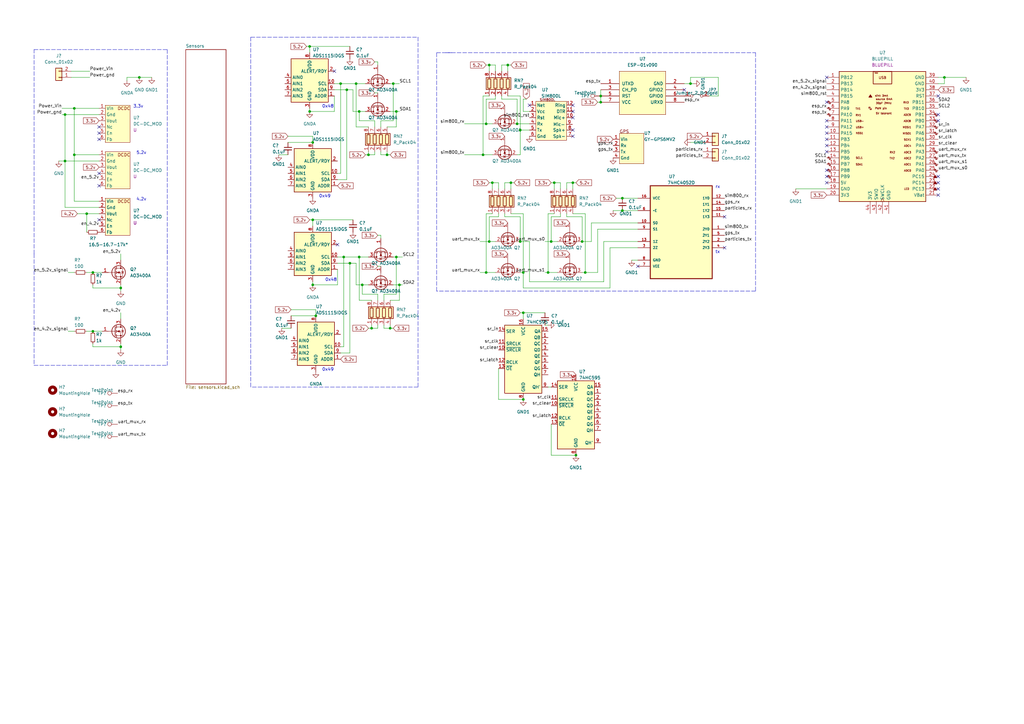
<source format=kicad_sch>
(kicad_sch (version 20211123) (generator eeschema)
  (paper "A3")
  (junction (at 198.12 63.5))
  (junction (at 49.53 118.11))
  (junction (at 140.97 105.41))
  (junction (at 208.28 26.67))
  (junction (at 146.05 34.29))
  (junction (at 227.33 74.93))
  (junction (at 214.63 111.76))
  (junction (at 214.63 128.27))
  (junction (at 199.39 50.8))
  (junction (at 147.32 105.41))
  (junction (at 38.1 111.76))
  (junction (at 283.21 34.29))
  (junction (at 139.7 34.29))
  (junction (at 127 19.05))
  (junction (at 246.38 41.91))
  (junction (at 158.75 63.5))
  (junction (at 224.79 111.76))
  (junction (at 26.67 46.99))
  (junction (at 226.06 99.06))
  (junction (at 26.67 66.04))
  (junction (at 160.02 134.62))
  (junction (at 213.36 99.06))
  (junction (at 129.54 129.54))
  (junction (at 255.27 81.28))
  (junction (at 234.95 74.93))
  (junction (at 214.63 163.83))
  (junction (at 35.56 87.63))
  (junction (at 151.13 63.5))
  (junction (at 30.48 63.5))
  (junction (at 162.56 45.72))
  (junction (at 201.93 74.93))
  (junction (at 240.03 111.76))
  (junction (at 152.4 134.62))
  (junction (at 128.27 116.84))
  (junction (at 163.83 116.84))
  (junction (at 212.09 50.8))
  (junction (at 238.76 99.06))
  (junction (at 236.22 186.69))
  (junction (at 200.66 99.06))
  (junction (at 162.56 105.41))
  (junction (at 161.29 34.29))
  (junction (at 246.38 39.37))
  (junction (at 143.51 107.95))
  (junction (at 213.36 53.34))
  (junction (at 57.15 31.75))
  (junction (at 255.27 86.36))
  (junction (at 199.39 111.76))
  (junction (at 128.27 90.17))
  (junction (at 200.66 26.67))
  (junction (at 128.27 58.42))
  (junction (at 49.53 142.24))
  (junction (at 127 45.72))
  (junction (at 209.55 74.93))
  (junction (at 30.48 44.45))
  (junction (at 38.1 135.89))
  (junction (at 387.35 31.75))
  (junction (at 142.24 36.83))
  (junction (at 148.59 116.84))
  (junction (at 147.32 45.72))
  (no_connect (at 339.09 54.61))
  (no_connect (at 384.81 74.93))
  (no_connect (at 339.09 62.23))
  (no_connect (at 40.64 76.2))
  (no_connect (at 234.95 55.88))
  (no_connect (at 217.17 43.18))
  (no_connect (at 40.64 57.15))
  (no_connect (at 138.43 100.33))
  (no_connect (at 261.62 109.22))
  (no_connect (at 40.64 54.61))
  (no_connect (at 40.64 71.12))
  (no_connect (at 384.81 49.53))
  (no_connect (at 339.09 72.39))
  (no_connect (at 339.09 52.07))
  (no_connect (at 40.64 90.17))
  (no_connect (at 339.09 31.75))
  (no_connect (at 339.09 41.91))
  (no_connect (at 280.67 36.83))
  (no_connect (at 40.64 52.07))
  (no_connect (at 384.81 80.01))
  (no_connect (at 339.09 57.15))
  (no_connect (at 339.09 59.69))
  (no_connect (at 137.16 29.21))
  (no_connect (at 234.95 48.26))
  (no_connect (at 234.95 45.72))
  (no_connect (at 384.81 39.37))
  (no_connect (at 297.18 101.6))
  (no_connect (at 384.81 77.47))
  (no_connect (at 339.09 69.85))
  (no_connect (at 339.09 74.93))
  (no_connect (at 339.09 49.53))
  (no_connect (at 297.18 88.9))
  (no_connect (at 384.81 72.39))
  (no_connect (at 234.95 43.18))
  (no_connect (at 384.81 46.99))
  (no_connect (at 234.95 53.34))
  (wire (pts (xy 157.48 120.65) (xy 162.56 120.65)))
  (wire (pts (xy 283.21 31.75) (xy 283.21 34.29)))
  (wire (pts (xy 27.94 135.89) (xy 30.48 135.89)))
  (wire (pts (xy 142.24 36.83) (xy 144.78 36.83)))
  (wire (pts (xy 143.51 144.78) (xy 143.51 107.95)))
  (wire (pts (xy 154.94 25.4) (xy 153.67 25.4)))
  (wire (pts (xy 163.83 116.84) (xy 165.1 116.84)))
  (polyline (pts (xy 13.97 149.86) (xy 68.58 149.86)))
  (wire (pts (xy 283.21 58.42) (xy 288.29 58.42)))
  (wire (pts (xy 35.56 135.89) (xy 38.1 135.89)))
  (wire (pts (xy 137.16 36.83) (xy 142.24 36.83)))
  (wire (pts (xy 156.21 97.79) (xy 156.21 96.52)))
  (wire (pts (xy 201.93 74.93) (xy 201.93 77.47)))
  (wire (pts (xy 128.27 115.57) (xy 128.27 116.84)))
  (wire (pts (xy 203.2 99.06) (xy 200.66 99.06)))
  (wire (pts (xy 38.1 135.89) (xy 41.91 135.89)))
  (wire (pts (xy 154.94 26.67) (xy 154.94 25.4)))
  (wire (pts (xy 226.06 99.06) (xy 226.06 88.9)))
  (wire (pts (xy 213.36 39.37) (xy 213.36 53.34)))
  (wire (pts (xy 143.51 107.95) (xy 146.05 107.95)))
  (polyline (pts (xy 309.88 21.59) (xy 309.88 119.38)))
  (wire (pts (xy 203.2 26.67) (xy 200.66 26.67)))
  (wire (pts (xy 152.4 123.19) (xy 147.32 123.19)))
  (wire (pts (xy 201.93 87.63) (xy 199.39 87.63)))
  (wire (pts (xy 213.36 99.06) (xy 217.17 99.06)))
  (wire (pts (xy 153.67 52.07) (xy 153.67 49.53)))
  (wire (pts (xy 26.67 46.99) (xy 40.64 46.99)))
  (wire (pts (xy 227.33 74.93) (xy 227.33 77.47)))
  (wire (pts (xy 162.56 52.07) (xy 162.56 45.72)))
  (wire (pts (xy 153.67 38.1) (xy 154.94 38.1)))
  (wire (pts (xy 245.11 93.98) (xy 261.62 93.98)))
  (wire (pts (xy 227.33 74.93) (xy 226.06 74.93)))
  (wire (pts (xy 148.59 120.65) (xy 148.59 116.84)))
  (wire (pts (xy 35.56 87.63) (xy 35.56 95.25)))
  (wire (pts (xy 203.2 40.64) (xy 203.2 39.37)))
  (wire (pts (xy 209.55 87.63) (xy 214.63 87.63)))
  (wire (pts (xy 214.63 128.27) (xy 223.52 128.27)))
  (wire (pts (xy 226.06 186.69) (xy 236.22 186.69)))
  (wire (pts (xy 190.5 63.5) (xy 198.12 63.5)))
  (polyline (pts (xy 13.97 104.14) (xy 13.97 20.32)))
  (wire (pts (xy 208.28 26.67) (xy 205.74 26.67)))
  (wire (pts (xy 142.24 73.66) (xy 142.24 36.83)))
  (wire (pts (xy 30.48 44.45) (xy 30.48 63.5)))
  (wire (pts (xy 160.02 34.29) (xy 161.29 34.29)))
  (wire (pts (xy 217.17 45.72) (xy 214.63 45.72)))
  (wire (pts (xy 154.94 109.22) (xy 156.21 109.22)))
  (wire (pts (xy 151.13 62.23) (xy 151.13 63.5)))
  (wire (pts (xy 158.75 52.07) (xy 162.56 52.07)))
  (wire (pts (xy 213.36 63.5) (xy 212.09 63.5)))
  (wire (pts (xy 217.17 99.06) (xy 217.17 115.57)))
  (wire (pts (xy 205.74 26.67) (xy 205.74 29.21)))
  (wire (pts (xy 161.29 105.41) (xy 162.56 105.41)))
  (wire (pts (xy 161.29 116.84) (xy 163.83 116.84)))
  (wire (pts (xy 144.78 45.72) (xy 147.32 45.72)))
  (wire (pts (xy 246.38 36.83) (xy 246.38 39.37)))
  (wire (pts (xy 158.75 63.5) (xy 160.02 63.5)))
  (wire (pts (xy 200.66 74.93) (xy 201.93 74.93)))
  (wire (pts (xy 114.3 63.5) (xy 118.11 63.5)))
  (wire (pts (xy 261.62 91.44) (xy 242.57 91.44)))
  (wire (pts (xy 250.19 101.6) (xy 250.19 118.11)))
  (wire (pts (xy 151.13 63.5) (xy 153.67 63.5)))
  (wire (pts (xy 151.13 52.07) (xy 146.05 52.07)))
  (wire (pts (xy 115.57 134.62) (xy 119.38 134.62)))
  (polyline (pts (xy 13.97 104.14) (xy 13.97 149.86)))
  (wire (pts (xy 209.55 74.93) (xy 209.55 77.47)))
  (wire (pts (xy 238.76 88.9) (xy 238.76 99.06)))
  (wire (pts (xy 152.4 134.62) (xy 154.94 134.62)))
  (polyline (pts (xy 68.58 20.32) (xy 68.58 104.14)))
  (wire (pts (xy 57.15 31.75) (xy 62.23 31.75)))
  (polyline (pts (xy 102.87 15.24) (xy 171.45 15.24)))
  (wire (pts (xy 246.38 39.37) (xy 246.38 41.91)))
  (wire (pts (xy 138.43 71.12) (xy 139.7 71.12)))
  (wire (pts (xy 137.16 39.37) (xy 137.16 45.72)))
  (wire (pts (xy 138.43 105.41) (xy 140.97 105.41)))
  (wire (pts (xy 209.55 74.93) (xy 210.82 74.93)))
  (wire (pts (xy 153.67 49.53) (xy 147.32 49.53)))
  (wire (pts (xy 214.63 118.11) (xy 214.63 111.76)))
  (polyline (pts (xy 309.88 119.38) (xy 179.07 119.38)))
  (wire (pts (xy 213.36 53.34) (xy 217.17 53.34)))
  (wire (pts (xy 207.01 87.63) (xy 207.01 88.9)))
  (polyline (pts (xy 171.45 158.75) (xy 102.87 158.75)))
  (wire (pts (xy 283.21 34.29) (xy 280.67 34.29)))
  (wire (pts (xy 127 19.05) (xy 127 21.59)))
  (wire (pts (xy 196.85 111.76) (xy 199.39 111.76)))
  (wire (pts (xy 35.56 87.63) (xy 40.64 87.63)))
  (wire (pts (xy 162.56 120.65) (xy 162.56 105.41)))
  (wire (pts (xy 139.7 142.24) (xy 140.97 142.24)))
  (wire (pts (xy 163.83 123.19) (xy 163.83 116.84)))
  (wire (pts (xy 128.27 55.88) (xy 128.27 58.42)))
  (wire (pts (xy 49.53 104.14) (xy 49.53 106.68)))
  (wire (pts (xy 261.62 101.6) (xy 250.19 101.6)))
  (wire (pts (xy 223.52 111.76) (xy 224.79 111.76)))
  (polyline (pts (xy 16.51 20.32) (xy 68.58 20.32)))
  (wire (pts (xy 157.48 133.35) (xy 157.48 134.62)))
  (wire (pts (xy 252.73 81.28) (xy 255.27 81.28)))
  (wire (pts (xy 127 44.45) (xy 127 45.72)))
  (wire (pts (xy 153.67 62.23) (xy 153.67 63.5)))
  (wire (pts (xy 200.66 88.9) (xy 204.47 88.9)))
  (wire (pts (xy 290.83 39.37) (xy 294.64 39.37)))
  (wire (pts (xy 200.66 99.06) (xy 200.66 88.9)))
  (wire (pts (xy 151.13 134.62) (xy 152.4 134.62)))
  (wire (pts (xy 214.63 45.72) (xy 214.63 40.64)))
  (wire (pts (xy 160.02 123.19) (xy 163.83 123.19)))
  (wire (pts (xy 247.65 99.06) (xy 261.62 99.06)))
  (wire (pts (xy 160.02 45.72) (xy 162.56 45.72)))
  (wire (pts (xy 158.75 62.23) (xy 158.75 63.5)))
  (wire (pts (xy 213.36 128.27) (xy 214.63 128.27)))
  (wire (pts (xy 200.66 39.37) (xy 198.12 39.37)))
  (wire (pts (xy 25.4 46.99) (xy 26.67 46.99)))
  (wire (pts (xy 294.64 31.75) (xy 283.21 31.75)))
  (polyline (pts (xy 182.88 21.59) (xy 309.88 21.59)))
  (wire (pts (xy 214.63 40.64) (xy 215.9 40.64)))
  (wire (pts (xy 229.87 77.47) (xy 229.87 74.93)))
  (wire (pts (xy 208.28 26.67) (xy 208.28 29.21)))
  (wire (pts (xy 245.11 41.91) (xy 246.38 41.91)))
  (wire (pts (xy 147.32 45.72) (xy 149.86 45.72)))
  (polyline (pts (xy 68.58 149.86) (xy 68.58 101.6)))
  (wire (pts (xy 49.53 142.24) (xy 49.53 143.51)))
  (wire (pts (xy 234.95 74.93) (xy 232.41 74.93)))
  (wire (pts (xy 240.03 87.63) (xy 240.03 111.76)))
  (wire (pts (xy 232.41 88.9) (xy 238.76 88.9)))
  (wire (pts (xy 26.67 46.99) (xy 26.67 66.04)))
  (wire (pts (xy 212.09 50.8) (xy 217.17 50.8)))
  (wire (pts (xy 196.85 99.06) (xy 200.66 99.06)))
  (wire (pts (xy 144.78 36.83) (xy 144.78 45.72)))
  (wire (pts (xy 146.05 116.84) (xy 148.59 116.84)))
  (polyline (pts (xy 179.07 119.38) (xy 179.07 21.59)))
  (wire (pts (xy 118.11 55.88) (xy 128.27 55.88)))
  (wire (pts (xy 127 19.05) (xy 143.51 19.05)))
  (wire (pts (xy 240.03 111.76) (xy 238.76 111.76)))
  (wire (pts (xy 232.41 74.93) (xy 232.41 77.47)))
  (wire (pts (xy 30.48 44.45) (xy 40.64 44.45)))
  (wire (pts (xy 326.39 77.47) (xy 339.09 77.47)))
  (wire (pts (xy 234.95 87.63) (xy 240.03 87.63)))
  (wire (pts (xy 387.35 34.29) (xy 387.35 31.75)))
  (wire (pts (xy 229.87 74.93) (xy 227.33 74.93)))
  (wire (pts (xy 31.75 87.63) (xy 35.56 87.63)))
  (wire (pts (xy 224.79 111.76) (xy 228.6 111.76)))
  (wire (pts (xy 234.95 74.93) (xy 234.95 77.47)))
  (wire (pts (xy 148.59 116.84) (xy 151.13 116.84)))
  (wire (pts (xy 156.21 63.5) (xy 158.75 63.5)))
  (wire (pts (xy 214.63 128.27) (xy 214.63 130.81)))
  (wire (pts (xy 160.02 133.35) (xy 160.02 134.62)))
  (wire (pts (xy 284.48 34.29) (xy 283.21 34.29)))
  (wire (pts (xy 30.48 63.5) (xy 30.48 82.55)))
  (wire (pts (xy 160.02 134.62) (xy 161.29 134.62)))
  (wire (pts (xy 147.32 49.53) (xy 147.32 45.72)))
  (wire (pts (xy 26.67 85.09) (xy 26.67 66.04)))
  (wire (pts (xy 52.07 31.75) (xy 57.15 31.75)))
  (wire (pts (xy 40.64 63.5) (xy 30.48 63.5)))
  (wire (pts (xy 255.27 81.28) (xy 261.62 81.28)))
  (wire (pts (xy 204.47 77.47) (xy 204.47 74.93)))
  (wire (pts (xy 38.1 116.84) (xy 38.1 118.11)))
  (wire (pts (xy 146.05 52.07) (xy 146.05 34.29)))
  (polyline (pts (xy 179.07 21.59) (xy 185.42 21.59)))
  (wire (pts (xy 199.39 50.8) (xy 199.39 40.64)))
  (wire (pts (xy 228.6 99.06) (xy 226.06 99.06)))
  (wire (pts (xy 223.52 133.35) (xy 224.79 133.35)))
  (wire (pts (xy 25.4 44.45) (xy 30.48 44.45)))
  (wire (pts (xy 161.29 49.53) (xy 161.29 34.29)))
  (wire (pts (xy 224.79 158.75) (xy 226.06 158.75)))
  (wire (pts (xy 226.06 173.99) (xy 226.06 186.69)))
  (wire (pts (xy 384.81 31.75) (xy 387.35 31.75)))
  (wire (pts (xy 203.2 29.21) (xy 203.2 26.67)))
  (wire (pts (xy 199.39 40.64) (xy 203.2 40.64)))
  (polyline (pts (xy 13.97 20.32) (xy 16.51 20.32)))
  (wire (pts (xy 240.03 111.76) (xy 245.11 111.76)))
  (wire (pts (xy 162.56 105.41) (xy 165.1 105.41)))
  (wire (pts (xy 242.57 99.06) (xy 238.76 99.06)))
  (wire (pts (xy 204.47 88.9) (xy 204.47 87.63)))
  (wire (pts (xy 157.48 123.19) (xy 157.48 120.65)))
  (wire (pts (xy 156.21 96.52) (xy 154.94 96.52)))
  (wire (pts (xy 157.48 134.62) (xy 160.02 134.62)))
  (wire (pts (xy 209.55 26.67) (xy 208.28 26.67)))
  (wire (pts (xy 245.11 111.76) (xy 245.11 93.98)))
  (wire (pts (xy 49.53 118.11) (xy 49.53 116.84)))
  (polyline (pts (xy 171.45 15.24) (xy 171.45 158.75)))
  (wire (pts (xy 156.21 49.53) (xy 161.29 49.53)))
  (wire (pts (xy 27.94 111.76) (xy 30.48 111.76)))
  (wire (pts (xy 384.81 34.29) (xy 387.35 34.29)))
  (wire (pts (xy 140.97 105.41) (xy 147.32 105.41)))
  (wire (pts (xy 138.43 73.66) (xy 142.24 73.66)))
  (wire (pts (xy 205.74 39.37) (xy 205.74 40.64)))
  (polyline (pts (xy 102.87 15.24) (xy 102.87 158.75)))
  (wire (pts (xy 128.27 90.17) (xy 144.78 90.17)))
  (wire (pts (xy 147.32 105.41) (xy 151.13 105.41)))
  (wire (pts (xy 236.22 74.93) (xy 234.95 74.93)))
  (wire (pts (xy 146.05 34.29) (xy 149.86 34.29)))
  (wire (pts (xy 146.05 107.95) (xy 146.05 116.84)))
  (wire (pts (xy 200.66 26.67) (xy 200.66 29.21)))
  (wire (pts (xy 128.27 90.17) (xy 128.27 92.71)))
  (wire (pts (xy 147.32 123.19) (xy 147.32 105.41)))
  (wire (pts (xy 232.41 87.63) (xy 232.41 88.9)))
  (wire (pts (xy 255.27 86.36) (xy 261.62 86.36)))
  (wire (pts (xy 38.1 118.11) (xy 49.53 118.11)))
  (wire (pts (xy 52.07 33.02) (xy 52.07 31.75)))
  (wire (pts (xy 223.52 99.06) (xy 226.06 99.06)))
  (wire (pts (xy 138.43 110.49) (xy 138.43 116.84)))
  (wire (pts (xy 224.79 87.63) (xy 224.79 111.76)))
  (wire (pts (xy 162.56 45.72) (xy 163.83 45.72)))
  (wire (pts (xy 156.21 52.07) (xy 156.21 49.53)))
  (wire (pts (xy 213.36 53.34) (xy 213.36 63.5)))
  (wire (pts (xy 119.38 129.54) (xy 129.54 129.54)))
  (wire (pts (xy 127 90.17) (xy 128.27 90.17)))
  (wire (pts (xy 139.7 34.29) (xy 146.05 34.29)))
  (wire (pts (xy 125.73 19.05) (xy 127 19.05)))
  (wire (pts (xy 129.54 127) (xy 129.54 129.54)))
  (wire (pts (xy 229.87 88.9) (xy 229.87 87.63)))
  (wire (pts (xy 119.38 127) (xy 129.54 127)))
  (wire (pts (xy 250.19 118.11) (xy 214.63 118.11)))
  (wire (pts (xy 204.47 151.13) (xy 204.47 163.83)))
  (wire (pts (xy 200.66 26.67) (xy 199.39 26.67)))
  (wire (pts (xy 242.57 91.44) (xy 242.57 99.06)))
  (wire (pts (xy 38.1 111.76) (xy 41.91 111.76)))
  (wire (pts (xy 29.21 29.21) (xy 36.83 29.21)))
  (wire (pts (xy 294.64 39.37) (xy 294.64 31.75)))
  (wire (pts (xy 198.12 63.5) (xy 201.93 63.5)))
  (wire (pts (xy 214.63 87.63) (xy 214.63 111.76)))
  (wire (pts (xy 154.94 133.35) (xy 154.94 134.62)))
  (wire (pts (xy 139.7 144.78) (xy 143.51 144.78)))
  (wire (pts (xy 199.39 111.76) (xy 203.2 111.76)))
  (wire (pts (xy 156.21 62.23) (xy 156.21 63.5)))
  (wire (pts (xy 26.67 66.04) (xy 40.64 66.04)))
  (wire (pts (xy 214.63 111.76) (xy 213.36 111.76)))
  (wire (pts (xy 152.4 133.35) (xy 152.4 134.62)))
  (wire (pts (xy 30.48 82.55) (xy 40.64 82.55)))
  (wire (pts (xy 227.33 87.63) (xy 224.79 87.63)))
  (wire (pts (xy 38.1 140.97) (xy 38.1 142.24)))
  (wire (pts (xy 207.01 88.9) (xy 213.36 88.9)))
  (wire (pts (xy 38.1 142.24) (xy 49.53 142.24)))
  (wire (pts (xy 205.74 40.64) (xy 212.09 40.64)))
  (wire (pts (xy 207.01 77.47) (xy 207.01 74.93)))
  (wire (pts (xy 247.65 115.57) (xy 247.65 99.06)))
  (wire (pts (xy 154.94 123.19) (xy 154.94 120.65)))
  (wire (pts (xy 149.86 63.5) (xy 151.13 63.5)))
  (wire (pts (xy 49.53 118.11) (xy 49.53 119.38)))
  (wire (pts (xy 259.08 106.68) (xy 261.62 106.68)))
  (wire (pts (xy 199.39 87.63) (xy 199.39 111.76)))
  (wire (pts (xy 201.93 50.8) (xy 199.39 50.8)))
  (wire (pts (xy 139.7 34.29) (xy 139.7 71.12)))
  (wire (pts (xy 26.67 85.09) (xy 40.64 85.09)))
  (wire (pts (xy 217.17 115.57) (xy 247.65 115.57)))
  (wire (pts (xy 213.36 88.9) (xy 213.36 99.06)))
  (wire (pts (xy 138.43 107.95) (xy 143.51 107.95)))
  (wire (pts (xy 29.21 31.75) (xy 36.83 31.75)))
  (wire (pts (xy 140.97 105.41) (xy 140.97 142.24)))
  (wire (pts (xy 198.12 39.37) (xy 198.12 63.5)))
  (wire (pts (xy 208.28 39.37) (xy 213.36 39.37)))
  (wire (pts (xy 207.01 74.93) (xy 209.55 74.93)))
  (wire (pts (xy 251.46 86.36) (xy 255.27 86.36)))
  (wire (pts (xy 35.56 111.76) (xy 38.1 111.76)))
  (wire (pts (xy 49.53 128.27) (xy 49.53 130.81)))
  (wire (pts (xy 24.13 66.04) (xy 26.67 66.04)))
  (wire (pts (xy 201.93 74.93) (xy 204.47 74.93)))
  (wire (pts (xy 212.09 40.64) (xy 212.09 50.8)))
  (wire (pts (xy 49.53 142.24) (xy 49.53 140.97)))
  (wire (pts (xy 118.11 58.42) (xy 128.27 58.42)))
  (wire (pts (xy 137.16 45.72) (xy 127 45.72)))
  (wire (pts (xy 138.43 116.84) (xy 128.27 116.84)))
  (wire (pts (xy 154.94 120.65) (xy 148.59 120.65)))
  (wire (pts (xy 161.29 34.29) (xy 163.83 34.29)))
  (wire (pts (xy 204.47 163.83) (xy 214.63 163.83)))
  (wire (pts (xy 387.35 31.75) (xy 396.24 31.75)))
  (wire (pts (xy 137.16 34.29) (xy 139.7 34.29)))
  (wire (pts (xy 226.06 88.9) (xy 229.87 88.9)))
  (wire (pts (xy 190.5 50.8) (xy 199.39 50.8)))
  (text "tx" (at 293.37 104.14 0) (effects (font (size 1.27 1.27)) (justify left bottom)))
  (text "rx" (at 293.37 77.47 0) (effects (font (size 1.27 1.27)) (justify left bottom)))
  (text "0x48" (at 132.08 44.45 0) (effects (font (size 1.27 1.27)) (justify left bottom)))
  (text "0x48" (at 133.35 115.57 0) (effects (font (size 1.27 1.27)) (justify left bottom)))
  (text "0x49" (at 130.81 81.28 0) (effects (font (size 1.27 1.27)) (justify left bottom)))
  (text "4.2v" (at 55.88 82.55 0) (effects (font (size 1.27 1.27)) (justify left bottom)))
  (text "0x49" (at 132.08 152.4 0) (effects (font (size 1.27 1.27)) (justify left bottom)))
  (text "3.3v" (at 54.61 44.45 0) (effects (font (size 1.27 1.27)) (justify left bottom)))
  (text "5.2v" (at 55.88 63.5 0) (effects (font (size 1.27 1.27)) (justify left bottom)))
  (label "sim800_rst" (at 339.09 39.37 180))
  (label "SDA1" (at 163.83 45.72 0))
  (label "particles_rx" (at 297.18 86.36 0))
  (label "Power_Vin" (at 36.83 29.21 0))
  (label "esp_tx" (at 246.38 34.29 180))
  (label "uart_mux_tx" (at 48.26 179.07 0))
  (label "particles_rx" (at 288.29 62.23 180))
  (label "uart_mux_s0" (at 384.81 69.85 0))
  (label "uart_mux_s1" (at 223.52 111.76 180))
  (label "uart_mux_s1" (at 384.81 67.31 0))
  (label "sr_clk" (at 226.06 163.83 180))
  (label "gps_tx" (at 297.18 96.52 0))
  (label "en_5.2v_signal" (at 339.09 34.29 180))
  (label "sr_latch" (at 204.47 148.59 180))
  (label "sim800_rx" (at 190.5 50.8 180))
  (label "uart_mux_rx" (at 48.26 173.99 0))
  (label "sr_clear" (at 384.81 59.69 0))
  (label "particles_tx" (at 288.29 64.77 180))
  (label "sim800_rx" (at 297.18 81.28 0))
  (label "SDA2" (at 165.1 116.84 0))
  (label "SCL2" (at 165.1 105.41 0))
  (label "SDA1" (at 339.09 67.31 180))
  (label "sr_latch" (at 226.06 171.45 180))
  (label "SDA2" (at 384.81 41.91 0))
  (label "SCL2" (at 384.81 44.45 0))
  (label "en_5.2v" (at 49.53 104.14 180))
  (label "en_4.2v_signal" (at 339.09 36.83 180))
  (label "uart_mux_tx" (at 196.85 99.06 180))
  (label "esp_tx" (at 48.26 166.37 0))
  (label "sr_in" (at 204.47 135.89 180))
  (label "SCL1" (at 163.83 34.29 0))
  (label "sr_clk" (at 384.81 57.15 0))
  (label "sim800_tx" (at 190.5 63.5 180))
  (label "uart_mux_tx" (at 384.81 64.77 0))
  (label "particles_tx" (at 297.18 99.06 0))
  (label "en_4.2v_signal" (at 27.94 135.89 180))
  (label "Power_gnd" (at 36.83 31.75 0))
  (label "esp_rx" (at 280.67 41.91 0))
  (label "gps_rx" (at 297.18 83.82 0))
  (label "SCL1" (at 339.09 64.77 180))
  (label "en_4.2v" (at 49.53 128.27 180))
  (label "en_5.2v" (at 40.64 73.66 180))
  (label "sr_clear" (at 204.47 143.51 180))
  (label "Power_Vin" (at 25.4 44.45 180))
  (label "en_4.2v" (at 40.64 92.71 180))
  (label "sr_clear" (at 226.06 166.37 180))
  (label "uart_mux_rx" (at 196.85 111.76 180))
  (label "Power_gnd" (at 25.4 46.99 180))
  (label "uart_mux_rx" (at 384.81 62.23 0))
  (label "sr_in" (at 384.81 52.07 0))
  (label "esp_tx" (at 339.09 46.99 180))
  (label "sr_clk" (at 204.47 140.97 180))
  (label "esp_rx" (at 339.09 44.45 180))
  (label "en_5.2v_signal" (at 27.94 111.76 180))
  (label "esp_rx" (at 48.26 161.29 0))
  (label "gps_tx" (at 251.46 62.23 180))
  (label "sr_latch" (at 384.81 54.61 0))
  (label "sim800_rst" (at 217.17 48.26 180))
  (label "gps_rx" (at 251.46 59.69 180))
  (label "uart_mux_s0" (at 223.52 99.06 180))
  (label "sim800_tx" (at 297.18 93.98 0))
  (global_label "5.2v" (shape input) (at 236.22 74.93 0) (property "Intersheetrefs" "${INTERSHEET_REFS}" (effects hide)))
  (global_label "3.3v" (shape input) (at 154.94 109.22 180) (property "Intersheetrefs" "${INTERSHEET_REFS}" (effects hide)))
  (global_label "3.3v" (shape input) (at 233.68 91.44 180) (property "Intersheetrefs" "${INTERSHEET_REFS}" (effects hide)))
  (global_label "5.2v" (shape input) (at 127 90.17 180) (property "Intersheetrefs" "${INTERSHEET_REFS}" (effects hide)))
  (global_label "5.2v" (shape input) (at 151.13 134.62 180) (property "Intersheetrefs" "${INTERSHEET_REFS}" (effects hide)))
  (global_label "3.3v" (shape input) (at 384.81 36.83 0) (property "Intersheetrefs" "${INTERSHEET_REFS}" (effects hide)))
  (global_label "5.2v" (shape input) (at 40.64 68.58 180) (property "Intersheetrefs" "${INTERSHEET_REFS}" (effects hide)))
  (global_label "5.2v" (shape input) (at 119.38 127 180) (property "Intersheetrefs" "${INTERSHEET_REFS}" (effects hide)))
  (global_label "3.3v" (shape input) (at 40.64 49.53 180) (property "Intersheetrefs" "${INTERSHEET_REFS}" (effects hide)))
  (global_label "3.3v" (shape input) (at 208.28 104.14 180) (property "Intersheetrefs" "${INTERSHEET_REFS}" (effects hide)))
  (global_label "3.3v" (shape input) (at 154.94 96.52 180) (property "Intersheetrefs" "${INTERSHEET_REFS}" (effects hide)))
  (global_label "3.3v" (shape input) (at 339.09 80.01 180) (property "Intersheetrefs" "${INTERSHEET_REFS}" (effects hide)))
  (global_label "3.3v" (shape input) (at 245.11 41.91 180) (property "Intersheetrefs" "${INTERSHEET_REFS}" (effects hide)))
  (global_label "5.2v" (shape input) (at 251.46 57.15 180) (property "Intersheetrefs" "${INTERSHEET_REFS}" (effects hide)))
  (global_label "3.3v" (shape input) (at 160.02 63.5 0) (property "Intersheetrefs" "${INTERSHEET_REFS}" (effects hide)))
  (global_label "4.2v" (shape input) (at 31.75 87.63 180) (property "Intersheetrefs" "${INTERSHEET_REFS}" (effects hide)))
  (global_label "5.2v" (shape input) (at 138.43 76.2 0) (property "Intersheetrefs" "${INTERSHEET_REFS}" (effects hide)))
  (global_label "5.2v" (shape input) (at 199.39 26.67 180) (property "Intersheetrefs" "${INTERSHEET_REFS}" (effects hide)))
  (global_label "3.3v" (shape input) (at 161.29 134.62 0) (property "Intersheetrefs" "${INTERSHEET_REFS}" (effects hide)))
  (global_label "3.3v" (shape input) (at 209.55 26.67 0) (property "Intersheetrefs" "${INTERSHEET_REFS}" (effects hide)))
  (global_label "5.2v" (shape input) (at 139.7 147.32 0) (property "Intersheetrefs" "${INTERSHEET_REFS}" (effects hide)))
  (global_label "3.3v" (shape input) (at 233.68 104.14 180) (property "Intersheetrefs" "${INTERSHEET_REFS}" (effects hide)))
  (global_label "3.3v" (shape input) (at 153.67 25.4 180) (property "Intersheetrefs" "${INTERSHEET_REFS}" (effects hide)))
  (global_label "3.3v" (shape input) (at 208.28 91.44 180) (property "Intersheetrefs" "${INTERSHEET_REFS}" (effects hide)))
  (global_label "5.2v" (shape input) (at 118.11 55.88 180) (property "Intersheetrefs" "${INTERSHEET_REFS}" (effects hide)))
  (global_label "5.2v" (shape input) (at 125.73 19.05 180) (property "Intersheetrefs" "${INTERSHEET_REFS}" (effects hide)))
  (global_label "3.3v" (shape input) (at 153.67 38.1 180) (property "Intersheetrefs" "${INTERSHEET_REFS}" (effects hide)))
  (global_label "4.2v" (shape input) (at 215.9 40.64 90) (property "Intersheetrefs" "${INTERSHEET_REFS}" (effects hide)))
  (global_label "5.2v" (shape input) (at 149.86 63.5 180) (property "Intersheetrefs" "${INTERSHEET_REFS}" (effects hide)))
  (global_label "5.2v" (shape input) (at 252.73 81.28 180) (property "Intersheetrefs" "${INTERSHEET_REFS}" (effects hide)))
  (global_label "3.3v" (shape input) (at 236.22 153.67 180) (property "Intersheetrefs" "${INTERSHEET_REFS}" (effects hide)))
  (global_label "5.2v" (shape input) (at 288.29 55.88 180) (property "Intersheetrefs" "${INTERSHEET_REFS}" (effects hide)))
  (global_label "3.3v" (shape input) (at 226.06 74.93 180) (property "Intersheetrefs" "${INTERSHEET_REFS}" (effects hide)))
  (global_label "3.3v" (shape input) (at 213.36 128.27 180) (property "Intersheetrefs" "${INTERSHEET_REFS}" (effects hide)))
  (global_label "3.3v" (shape input) (at 200.66 74.93 180) (property "Intersheetrefs" "${INTERSHEET_REFS}" (effects hide)))
  (global_label "3.3v" (shape input) (at 207.01 43.18 180) (property "Intersheetrefs" "${INTERSHEET_REFS}" (effects hide)))
  (global_label "3.3v" (shape input) (at 207.01 55.88 180) (property "Intersheetrefs" "${INTERSHEET_REFS}" (effects hide)))
  (global_label "5.2v" (shape input) (at 210.82 74.93 0) (property "Intersheetrefs" "${INTERSHEET_REFS}" (effects hide)))
  (symbol (lib_id "Connector:TestPoint") (at 246.38 39.37 90) (unit 1)
    (property "Reference" "TP?" (at 240.03 39.37 90))
    (property "Value" "TestPoint" (at 240.03 38.1 90))
  )
  (symbol (lib_id "Connector:TestPoint") (at 48.26 166.37 90) (unit 1)
    (property "Reference" "TP?" (at 41.91 166.37 90))
    (property "Value" "TestPoint" (at 41.91 165.1 90))
  )
  (symbol (lib_id "Jumper:Jumper_2_Bridged") (at 285.75 39.37 0) (unit 1)
    (property "Reference" "JP?" (at 292.1 36.83 0))
    (property "Value" "Jumper_2_Bridged" (at 285.75 38.1 0))
  )
  (symbol (lib_id "power:GND1") (at 114.3 63.5 0) (unit 1)
    (property "Reference" "#PWR?" (effects hide))
    (property "Value" "GND1" (at 114.3 67.31 0))
  )
  (symbol (lib_id "Analog_ADC:ADS1115IDGS") (at 127 34.29 0) (unit 1)
    (property "Reference" "U?" (at 128.27 20.32 0) (effects (justify left)))
    (property "Value" "ADS1115IDGS" (at 128.27 22.86 0) (effects (justify left)))
    (property "Footprint" "Package_SO:TSSOP-10_3x3mm_P0.5mm" (effects hide))
    (property "Datasheet" "http://www.ti.com/lit/ds/symlink/ads1113.pdf" (effects hide))
  )
  (symbol (lib_id "Analog_ADC:ADS1115IDGS") (at 128.27 71.12 0) (unit 1)
    (property "Reference" "U?" (at 128.27 54.61 0) (effects (justify left)))
    (property "Value" "ADS1115IDGS" (at 128.27 57.15 0) (effects (justify left)))
    (property "Footprint" "Package_SO:TSSOP-10_3x3mm_P0.5mm" (effects hide))
    (property "Datasheet" "http://www.ti.com/lit/ds/symlink/ads1113.pdf" (effects hide))
  )
  (symbol (lib_id "Mechanical:MountingHole") (at 21.59 177.8 0) (unit 1)
    (property "Reference" "H?" (at 24.13 176.5299 0) (effects (justify left)))
    (property "Value" "MountingHole" (at 24.13 179.0699 0) (effects (justify left)))
  )
  (symbol (lib_id "power:GND1") (at 259.08 106.68 0) (unit 1)
    (property "Reference" "#PWR?" (effects hide))
    (property "Value" "GND1" (at 259.08 111.76 0))
  )
  (symbol (lib_id "super-met:GY-GPS6MV2") (at 259.08 59.69 0) (unit 1)
    (property "Reference" "U?" (at 264.16 54.61 0) (effects (justify left)))
    (property "Value" "GY-GPS6MV2" (at 264.16 57.15 0) (effects (justify left)))
  )
  (symbol (lib_id "Transistor_FET:AO3400A") (at 233.68 109.22 270) (unit 1)
    (property "Reference" "Q?" (at 237.49 114.3 90))
    (property "Value" "AO3400A" (at 231.14 114.3 90))
    (property "Footprint" "Package_TO_SOT_SMD:SOT-23" (effects hide))
    (property "Datasheet" "http://www.aosmd.com/pdfs/datasheet/AO3400A.pdf" (effects hide))
  )
  (symbol (lib_id "Device:R_Pack04") (at 156.21 57.15 0) (unit 1)
    (property "Reference" "RN?" (at 161.29 55.8799 0) (effects (justify left)))
    (property "Value" "R_Pack04" (at 161.29 58.4199 0) (effects (justify left)))
  )
  (symbol (lib_id "power:GND1") (at 396.24 31.75 0) (unit 1)
    (property "Reference" "#PWR?" (effects hide))
    (property "Value" "GND1" (at 396.24 36.83 0))
  )
  (symbol (lib_id "Analog_ADC:ADS1115IDGS") (at 128.27 105.41 0) (unit 1)
    (property "Reference" "U?" (at 129.54 91.44 0) (effects (justify left)))
    (property "Value" "ADS1115IDGS" (at 129.54 93.98 0) (effects (justify left)))
    (property "Footprint" "Package_SO:TSSOP-10_3x3mm_P0.5mm" (effects hide))
    (property "Datasheet" "http://www.ti.com/lit/ds/symlink/ads1113.pdf" (effects hide))
  )
  (symbol (lib_id "power:GND1") (at 326.39 77.47 0) (unit 1)
    (property "Reference" "#PWR?" (effects hide))
    (property "Value" "GND1" (at 326.39 82.55 0))
  )
  (symbol (lib_id "Transistor_FET:AO3400A") (at 207.01 48.26 90) (mirror x) (unit 1)
    (property "Reference" "Q?" (at 203.2 53.34 90))
    (property "Value" "AO3400A" (at 209.55 53.34 90))
    (property "Footprint" "Package_TO_SOT_SMD:SOT-23" (effects hide))
    (property "Datasheet" "http://www.aosmd.com/pdfs/datasheet/AO3400A.pdf" (effects hide))
  )
  (symbol (lib_id "power:GND1") (at 283.21 58.42 270) (unit 1)
    (property "Reference" "#PWR?" (effects hide))
    (property "Value" "GND1" (at 284.48 58.4199 90) (effects (justify left)))
  )
  (symbol (lib_id "Transistor_FET:AO3400A") (at 207.01 60.96 90) (mirror x) (unit 1)
    (property "Reference" "Q?" (at 203.2 66.04 90))
    (property "Value" "AO3400A" (at 209.55 66.04 90))
    (property "Footprint" "Package_TO_SOT_SMD:SOT-23" (effects hide))
    (property "Datasheet" "http://www.aosmd.com/pdfs/datasheet/AO3400A.pdf" (effects hide))
  )
  (symbol (lib_id "power:GND1") (at 143.51 24.13 0) (unit 1)
    (property "Reference" "#PWR?" (effects hide))
    (property "Value" "GND1" (at 143.51 27.94 0))
  )
  (symbol (lib_id "Device:C_Small") (at -12.7 100.33 0) (unit 1)
    (property "Reference" "C?" (at -10.16 99.0662 0) (effects (justify left)))
    (property "Value" "C_Small" (at -10.16 101.6062 0) (effects (justify left)))
  )
  (symbol (lib_id "power:GND") (at 49.53 143.51 0) (unit 1)
    (property "Reference" "#PWR?" (effects hide))
    (property "Value" "GND" (at 49.53 148.59 0))
  )
  (symbol (lib_id "Analog_ADC:ADS1115IDGS") (at 129.54 142.24 0) (unit 1)
    (property "Reference" "U?" (at 129.54 125.73 0) (effects (justify left)))
    (property "Value" "ADS1115IDGS" (at 129.54 128.27 0) (effects (justify left)))
    (property "Footprint" "Package_SO:TSSOP-10_3x3mm_P0.5mm" (effects hide))
    (property "Datasheet" "http://www.ti.com/lit/ds/symlink/ads1113.pdf" (effects hide))
  )
  (symbol (lib_id "power:GND1") (at 214.63 163.83 0) (unit 1)
    (property "Reference" "#PWR?" (effects hide))
    (property "Value" "GND1" (at 214.63 168.91 0))
  )
  (symbol (lib_id "Transistor_FET:AO3400A") (at 154.94 31.75 90) (mirror x) (unit 1)
    (property "Reference" "Q?" (at 152.4 36.83 90))
    (property "Value" "AO3400A" (at 158.75 36.83 90))
    (property "Footprint" "Package_TO_SOT_SMD:SOT-23" (effects hide))
    (property "Datasheet" "http://www.aosmd.com/pdfs/datasheet/AO3400A.pdf" (effects hide))
  )
  (symbol (lib_id "Device:R_Small") (at 38.1 138.43 0) (unit 1)
    (property "Reference" "R?" (at 39.37 137.16 0) (effects (justify left)))
    (property "Value" "1k" (at 39.37 139.7 0) (effects (justify left)))
  )
  (symbol (lib_id "Device:C_Small") (at 119.38 132.08 0) (unit 1)
    (property "Reference" "C?" (at 113.03 130.81 0) (effects (justify left)))
    (property "Value" "0.1uF" (at 113.03 133.35 0) (effects (justify left)))
  )
  (symbol (lib_id "Transistor_FET:AO3400A") (at 208.28 109.22 270) (unit 1)
    (property "Reference" "Q?" (at 212.09 114.3 90))
    (property "Value" "AO3400A" (at 205.74 114.3 90))
    (property "Footprint" "Package_TO_SOT_SMD:SOT-23" (effects hide))
    (property "Datasheet" "http://www.aosmd.com/pdfs/datasheet/AO3400A.pdf" (effects hide))
  )
  (symbol (lib_id "Transistor_FET:AO3400A") (at 233.68 96.52 270) (unit 1)
    (property "Reference" "Q?" (at 237.49 101.6 90))
    (property "Value" "AO3400A" (at 231.14 101.6 90))
    (property "Footprint" "Package_TO_SOT_SMD:SOT-23" (effects hide))
    (property "Datasheet" "http://www.aosmd.com/pdfs/datasheet/AO3400A.pdf" (effects hide))
  )
  (symbol (lib_id "Device:C_Small") (at 223.52 130.81 0) (unit 1)
    (property "Reference" "C?" (at 226.06 129.5462 0) (effects (justify left)))
    (property "Value" "0.1uF" (at 226.06 132.0862 0) (effects (justify left)))
  )
  (symbol (lib_id "Device:R_Pack04") (at 232.41 82.55 0) (unit 1)
    (property "Reference" "RN?" (at 237.49 81.2799 0) (effects (justify left)))
    (property "Value" "R_Pack04" (at 237.49 83.8199 0) (effects (justify left)))
  )
  (symbol (lib_id "Device:R_Pack04") (at 207.01 82.55 0) (unit 1)
    (property "Reference" "RN?" (at 212.09 81.2799 0) (effects (justify left)))
    (property "Value" "R_Pack04" (at 212.09 83.8199 0) (effects (justify left)))
  )
  (symbol (lib_id "power:GND1") (at 144.78 95.25 0) (unit 1)
    (property "Reference" "#PWR?" (effects hide))
    (property "Value" "GND1" (at 144.78 99.06 0))
  )
  (symbol (lib_id "Transistor_FET:AO3400A") (at 154.94 43.18 90) (mirror x) (unit 1)
    (property "Reference" "Q?" (at 152.4 48.26 90))
    (property "Value" "AO3400A" (at 158.75 48.26 90))
    (property "Footprint" "Package_TO_SOT_SMD:SOT-23" (effects hide))
    (property "Datasheet" "http://www.aosmd.com/pdfs/datasheet/AO3400A.pdf" (effects hide))
  )
  (symbol (lib_id "power:GND1") (at 224.79 133.35 90) (unit 1)
    (property "Reference" "#PWR?" (effects hide))
    (property "Value" "GND1" (at 228.6 133.3499 90) (effects (justify right)))
  )
  (symbol (lib_id "super-met:SIM800L") (at 224.79 49.53 0) (unit 1)
    (property "Reference" "U?" (at 223.52 36.83 0))
    (property "Value" "SIM800L" (at 226.06 39.37 0))
  )
  (symbol (lib_id "Device:R_Pack04") (at 205.74 34.29 0) (unit 1)
    (property "Reference" "RN?" (at 210.82 33.0199 0) (effects (justify left)))
    (property "Value" "R_Pack04" (at 210.82 35.5599 0) (effects (justify left)))
  )
  (symbol (lib_id "Device:R_Small") (at 38.1 114.3 0) (unit 1)
    (property "Reference" "R?" (at 39.37 113.03 0) (effects (justify left)))
    (property "Value" "1k" (at 39.37 115.57 0) (effects (justify left)))
  )
  (symbol (lib_id "74xx:74HC595") (at 236.22 168.91 0) (unit 1)
    (property "Reference" "U?" (at 237.49 152.4 0) (effects (justify left)))
    (property "Value" "74HC595" (at 237.49 154.94 0) (effects (justify left)))
    (property "Datasheet" "http://www.ti.com/lit/ds/symlink/sn74hc595.pdf" (effects hide))
  )
  (symbol (lib_id "power:GND1") (at 251.46 64.77 0) (unit 1)
    (property "Reference" "#PWR?" (effects hide))
    (property "Value" "GND1" (at 251.46 69.85 0))
  )
  (symbol (lib_id "power:GND1") (at 62.23 31.75 0) (unit 1)
    (property "Reference" "#PWR?" (effects hide))
    (property "Value" "GND1" (at 62.23 36.83 0))
  )
  (symbol (lib_id "Device:R_Small") (at -12.7 81.28 0) (unit 1)
    (property "Reference" "R?" (at -11.43 80.01 0) (effects (justify left)))
    (property "Value" "R_Small" (at -11.43 82.55 0) (effects (justify left)))
  )
  (symbol (lib_id "Device:R_Pack04") (at 157.48 128.27 0) (unit 1)
    (property "Reference" "RN?" (at 162.56 126.9999 0) (effects (justify left)))
    (property "Value" "R_Pack04" (at 162.56 129.5399 0) (effects (justify left)))
  )
  (symbol (lib_id "Device:R_Small") (at 38.1 95.25 270) (unit 1)
    (property "Reference" "R?" (at 38.1 97.79 90))
    (property "Value" "16.5-16.7-17k*" (at 44.45 100.33 90))
  )
  (symbol (lib_id "super-met:DC-DC_MOD") (at 48.26 88.9 0) (unit 1)
    (property "Reference" "U?" (at 54.61 86.3599 0) (effects (justify left)))
    (property "Value" "DC-DC_MOD" (at 54.61 88.8999 0) (effects (justify left)))
    (property "Reference_1" "U" (at 54.61 91.4399 0) (effects (justify left)))
  )
  (symbol (lib_id "Device:R_Small") (at 33.02 111.76 90) (unit 1)
    (property "Reference" "R?" (at 33.02 106.68 90) (effects (justify left)))
    (property "Value" "100" (at 34.29 109.22 90) (effects (justify left)))
  )
  (symbol (lib_id "power:GNDA") (at 127 45.72 0) (unit 1)
    (property "Reference" "#PWR?" (effects hide))
    (property "Value" "GNDA" (at 127 50.8 0))
  )
  (symbol (lib_id "Connector_Generic:Conn_01x02") (at 24.13 31.75 180) (unit 1)
    (property "Reference" "J?" (at 24.13 22.86 0))
    (property "Value" "Conn_01x02" (at 24.13 25.4 0))
  )
  (symbol (lib_id "Device:C_Small") (at 118.11 60.96 0) (unit 1)
    (property "Reference" "C?" (at 111.76 59.69 0) (effects (justify left)))
    (property "Value" "0.1uF" (at 111.76 62.23 0) (effects (justify left)))
  )
  (symbol (lib_id "Mechanical:MountingHole") (at 21.59 168.91 0) (unit 1)
    (property "Reference" "H?" (at 24.13 167.6399 0) (effects (justify left)))
    (property "Value" "MountingHole" (at 24.13 170.1799 0) (effects (justify left)))
  )
  (symbol (lib_id "ESP8266:ESP-01v090") (at 262.89 38.1 0) (unit 1)
    (property "Reference" "U?" (at 263.525 24.13 0))
    (property "Value" "ESP-01v090" (at 263.525 26.67 0))
    (property "Datasheet_1" "http://l0l.org.uk/2014/12/esp8266-modules-hardware-guide-gotta-catch-em-all/" (effects hide))
  )
  (symbol (lib_id "super-met:BLUEPILL") (at 361.95 58.42 0) (unit 1)
    (property "Reference" "U?" (at 361.95 21.59 0))
    (property "Value" "BLUEPILL" (at 361.95 24.13 0))
    (property "Value_1" "BLUEPILL" (at 361.95 26.67 0))
  )
  (symbol (lib_id "74HC4052D:74HC4052D") (at 279.4 91.44 0) (unit 1)
    (property "Reference" "U?" (at 275.59 72.39 0))
    (property "Value" "74HC4052D" (at 279.4 74.93 0))
    (property "Footprint" "SOIC127P600X175-16N" (effects hide))
    (property "SUPPLIER" "NXP" (effects hide))
    (property "OC_FARNELL" "1201328" (effects hide))
    (property "OC_NEWARK" "-" (effects hide))
    (property "PACKAGE" "SOIC-16" (effects hide))
    (property "MPN" "74HC4052D" (effects hide))
  )
  (symbol (lib_id "super-met:DC-DC_MOD") (at 48.26 69.85 0) (unit 1)
    (property "Reference" "U?" (at 54.61 67.3099 0) (effects (justify left)))
    (property "Value" "DC-DC_MOD" (at 54.61 69.8499 0) (effects (justify left)))
    (property "Reference_1" "U" (at 54.61 72.3899 0) (effects (justify left)))
  )
  (symbol (lib_id "power:GND1") (at 251.46 86.36 0) (unit 1)
    (property "Reference" "#PWR?" (effects hide))
    (property "Value" "GND1" (at 254 87.6299 0) (effects (justify left)))
  )
  (symbol (lib_id "Connector:TestPoint") (at 48.26 161.29 90) (unit 1)
    (property "Reference" "TP?" (at 41.91 161.29 90))
    (property "Value" "TestPoint" (at 41.91 160.02 90))
  )
  (symbol (lib_id "power:GNDA") (at 128.27 81.28 0) (unit 1)
    (property "Reference" "#PWR?" (effects hide))
    (property "Value" "GNDA" (at 128.27 86.36 0))
  )
  (symbol (lib_id "Device:C_Small") (at 144.78 92.71 0) (unit 1)
    (property "Reference" "C?" (at 147.32 91.4462 0) (effects (justify left)))
    (property "Value" "0.1uF" (at 147.32 93.9862 0) (effects (justify left)))
  )
  (symbol (lib_id "power:GND1") (at 115.57 134.62 0) (unit 1)
    (property "Reference" "#PWR?" (effects hide))
    (property "Value" "GND1" (at 115.57 138.43 0))
  )
  (symbol (lib_id "Transistor_FET:AO3400A") (at 208.28 96.52 270) (unit 1)
    (property "Reference" "Q?" (at 212.09 101.6 90))
    (property "Value" "AO3400A" (at 205.74 101.6 90))
    (property "Footprint" "Package_TO_SOT_SMD:SOT-23" (effects hide))
    (property "Datasheet" "http://www.aosmd.com/pdfs/datasheet/AO3400A.pdf" (effects hide))
  )
  (symbol (lib_id "Device:C_Small") (at 143.51 21.59 0) (unit 1)
    (property "Reference" "C?" (at 146.05 20.3262 0) (effects (justify left)))
    (property "Value" "0.1uF" (at 146.05 22.8662 0) (effects (justify left)))
  )
  (symbol (lib_id "Device:R_Small") (at 33.02 135.89 90) (unit 1)
    (property "Reference" "R?" (at 33.02 130.81 90) (effects (justify left)))
    (property "Value" "100" (at 34.29 133.35 90) (effects (justify left)))
  )
  (symbol (lib_id "Device:R_Small") (at -10.16 90.805 90) (unit 1)
    (property "Reference" "R?" (at -11.43 86.995 90) (effects (justify left)))
    (property "Value" "R_Small" (at -6.35 88.9 90) (effects (justify left)))
  )
  (symbol (lib_id "Transistor_FET:AO3400A") (at 156.21 114.3 90) (mirror x) (unit 1)
    (property "Reference" "Q?" (at 153.67 119.38 90))
    (property "Value" "AO3400A" (at 160.02 119.38 90))
    (property "Footprint" "Package_TO_SOT_SMD:SOT-23" (effects hide))
    (property "Datasheet" "http://www.aosmd.com/pdfs/datasheet/AO3400A.pdf" (effects hide))
  )
  (symbol (lib_id "Transistor_FET:AO3400A") (at 156.21 102.87 90) (mirror x) (unit 1)
    (property "Reference" "Q?" (at 153.67 107.95 90))
    (property "Value" "AO3400A" (at 160.02 107.95 90))
    (property "Footprint" "Package_TO_SOT_SMD:SOT-23" (effects hide))
    (property "Datasheet" "http://www.aosmd.com/pdfs/datasheet/AO3400A.pdf" (effects hide))
  )
  (symbol (lib_id "power:GND1") (at 236.22 186.69 0) (unit 1)
    (property "Reference" "#PWR?" (effects hide))
    (property "Value" "GND1" (at 236.22 191.77 0))
  )
  (symbol (lib_id "power:GND1") (at 284.48 34.29 90) (unit 1)
    (property "Reference" "#PWR?" (effects hide))
    (property "Value" "GND1" (at 288.29 34.29 0))
  )
  (symbol (lib_id "Mechanical:MountingHole") (at 21.59 160.02 0) (unit 1)
    (property "Reference" "H?" (at 24.13 158.7499 0) (effects (justify left)))
    (property "Value" "MountingHole" (at 24.13 161.2899 0) (effects (justify left)))
  )
  (symbol (lib_id "power:GND") (at 49.53 119.38 0) (unit 1)
    (property "Reference" "#PWR?" (effects hide))
    (property "Value" "GND" (at 49.53 124.46 0))
  )
  (symbol (lib_id "power:GNDA") (at 128.27 116.84 0) (unit 1)
    (property "Reference" "#PWR?" (effects hide))
    (property "Value" "GNDA" (at 128.27 121.92 0))
  )
  (symbol (lib_id "Transistor_FET:AO3400A") (at 46.99 135.89 0) (unit 1)
    (property "Reference" "Q?" (at 53.34 134.6199 0) (effects (justify left)))
    (property "Value" "AO3400A" (at 53.34 137.1599 0) (effects (justify left)))
    (property "Footprint" "Package_TO_SOT_SMD:SOT-23" (effects hide))
    (property "Datasheet" "http://www.aosmd.com/pdfs/datasheet/AO3400A.pdf" (effects hide))
  )
  (symbol (lib_id "power:GNDA") (at 129.54 152.4 0) (unit 1)
    (property "Reference" "#PWR?" (effects hide))
    (property "Value" "GNDA" (at 129.54 157.48 0))
  )
  (symbol (lib_id "power:GND") (at 57.15 31.75 0) (unit 1)
    (property "Reference" "#PWR?" (effects hide))
    (property "Value" "GND" (at 57.15 36.83 0))
  )
  (symbol (lib_id "Connector_Generic:Conn_01x02") (at 293.37 62.23 0) (unit 1)
    (property "Reference" "J?" (at 295.91 62.2299 0) (effects (justify left)))
    (property "Value" "Conn_01x02" (at 295.91 64.7699 0) (effects (justify left)))
  )
  (symbol (lib_id "74xx:74HC595") (at 214.63 146.05 0) (unit 1)
    (property "Reference" "U?" (at 215.9 129.54 0) (effects (justify left)))
    (property "Value" "74HC595" (at 215.9 132.08 0) (effects (justify left)))
    (property "Datasheet" "http://www.ti.com/lit/ds/symlink/sn74hc595.pdf" (effects hide))
  )
  (symbol (lib_id "Connector_Generic:Conn_01x02") (at 293.37 55.88 0) (unit 1)
    (property "Reference" "J?" (at 295.91 55.8799 0) (effects (justify left)))
    (property "Value" "Conn_01x02" (at 295.91 58.4199 0) (effects (justify left)))
  )
  (symbol (lib_id "Device:C_Small") (at 255.27 83.82 0) (unit 1)
    (property "Reference" "C?" (at 257.81 82.5562 0) (effects (justify left)))
    (property "Value" "0.1uF" (at 257.81 85.0962 0) (effects (justify left)))
  )
  (symbol (lib_id "power:GNDA") (at 52.07 33.02 0) (unit 1)
    (property "Reference" "#PWR?" (effects hide))
    (property "Value" "GNDA" (at 52.07 38.1 0))
  )
  (symbol (lib_id "Connector:TestPoint") (at 48.26 173.99 90) (unit 1)
    (property "Reference" "TP?" (at 41.91 173.99 90))
    (property "Value" "TestPoint" (at 41.91 172.72 90))
  )
  (symbol (lib_id "power:GND1") (at 217.17 55.88 0) (unit 1)
    (property "Reference" "#PWR?" (effects hide))
    (property "Value" "GND1" (at 217.17 60.96 0))
  )
  (symbol (lib_id "super-met:DC-DC_MOD") (at 48.26 50.8 0) (unit 1)
    (property "Reference" "U?" (at 54.61 48.2599 0) (effects (justify left)))
    (property "Value" "DC-DC_MOD" (at 54.61 50.7999 0) (effects (justify left)))
    (property "Reference_1" "U" (at 54.61 53.3399 0) (effects (justify left)))
  )
  (symbol (lib_id "Connector:TestPoint") (at 48.26 179.07 90) (unit 1)
    (property "Reference" "TP?" (at 41.91 179.07 90))
    (property "Value" "TestPoint" (at 41.91 177.8 90))
  )
  (symbol (lib_id "power:GND") (at 24.13 66.04 0) (unit 1)
    (property "Reference" "#PWR?" (effects hide))
    (property "Value" "GND" (at 24.13 71.12 0))
  )
  (symbol (lib_id "Transistor_FET:AO3400A") (at 46.99 111.76 0) (unit 1)
    (property "Reference" "Q?" (at 53.34 110.4899 0) (effects (justify left)))
    (property "Value" "AO3400A" (at 53.34 113.0299 0) (effects (justify left)))
    (property "Footprint" "Package_TO_SOT_SMD:SOT-23" (effects hide))
    (property "Datasheet" "http://www.aosmd.com/pdfs/datasheet/AO3400A.pdf" (effects hide))
  )
  (sheet (at 76.2 20.32) (size 16.51 137.16) (stroke (width 0.1524))
    (property "Sheet name" "Sensors" (at 76.2 19.6084 0) (effects (justify left bottom)))
    (property "Sheet file" "sensors.kicad_sch" (at 76.2 158.0646 0) (effects (justify left top)))
  )
)
</source>
